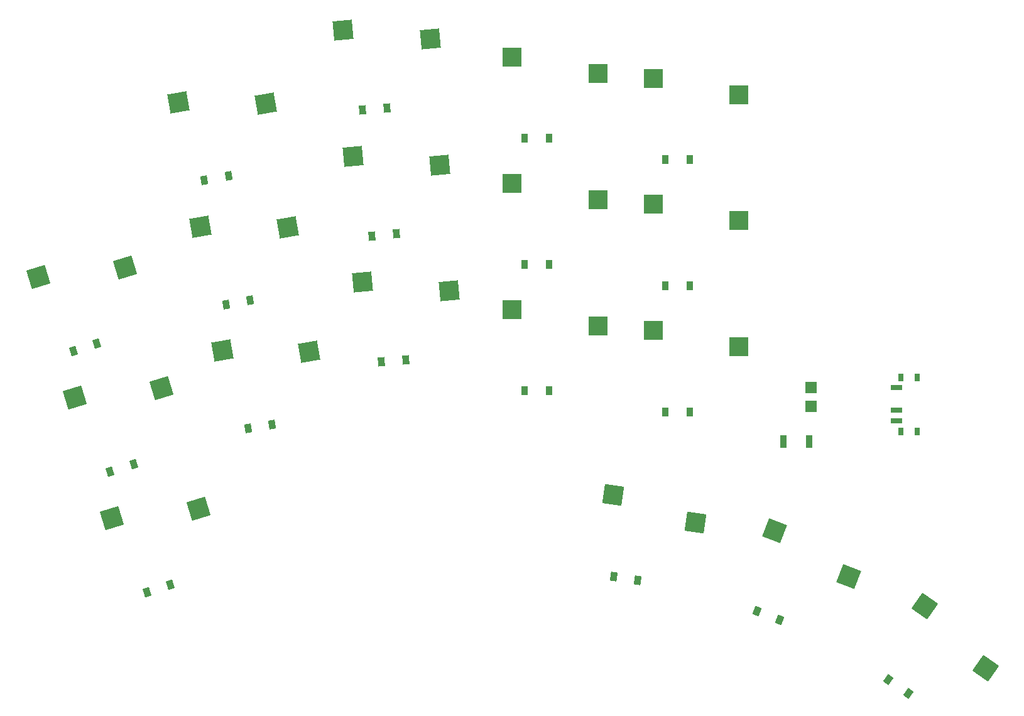
<source format=gbr>
%TF.GenerationSoftware,KiCad,Pcbnew,7.0.5*%
%TF.CreationDate,2024-04-29T22:33:29+02:00*%
%TF.ProjectId,porcupine,706f7263-7570-4696-9e65-2e6b69636164,v0.0.1*%
%TF.SameCoordinates,Original*%
%TF.FileFunction,Paste,Bot*%
%TF.FilePolarity,Positive*%
%FSLAX46Y46*%
G04 Gerber Fmt 4.6, Leading zero omitted, Abs format (unit mm)*
G04 Created by KiCad (PCBNEW 7.0.5) date 2024-04-29 22:33:29*
%MOMM*%
%LPD*%
G01*
G04 APERTURE LIST*
G04 Aperture macros list*
%AMRotRect*
0 Rectangle, with rotation*
0 The origin of the aperture is its center*
0 $1 length*
0 $2 width*
0 $3 Rotation angle, in degrees counterclockwise*
0 Add horizontal line*
21,1,$1,$2,0,0,$3*%
G04 Aperture macros list end*
%ADD10RotRect,2.600000X2.600000X17.000000*%
%ADD11RotRect,2.600000X2.600000X10.000000*%
%ADD12RotRect,2.600000X2.600000X5.000000*%
%ADD13R,2.600000X2.600000*%
%ADD14RotRect,2.600000X2.600000X352.000000*%
%ADD15RotRect,2.600000X2.600000X339.000000*%
%ADD16RotRect,2.600000X2.600000X325.000000*%
%ADD17RotRect,0.900000X1.200000X17.000000*%
%ADD18RotRect,0.900000X1.200000X10.000000*%
%ADD19RotRect,0.900000X1.200000X5.000000*%
%ADD20R,0.900000X1.200000*%
%ADD21RotRect,0.900000X1.200000X352.000000*%
%ADD22RotRect,0.900000X1.200000X339.000000*%
%ADD23RotRect,0.900000X1.200000X325.000000*%
%ADD24R,1.500000X1.500000*%
%ADD25R,1.500000X0.700000*%
%ADD26R,0.800000X1.000000*%
%ADD27R,0.900000X1.700000*%
G04 APERTURE END LIST*
D10*
%TO.C,S1*%
X170158171Y-146010323D03*
X181846709Y-144737300D03*
%TD*%
%TO.C,S2*%
X165187852Y-129753142D03*
X176876390Y-128480119D03*
%TD*%
%TO.C,S3*%
X160217533Y-113495961D03*
X171906071Y-112222938D03*
%TD*%
D11*
%TO.C,S4*%
X185032696Y-123447489D03*
X196789251Y-123608429D03*
%TD*%
%TO.C,S5*%
X182080677Y-106705757D03*
X193837232Y-106866697D03*
%TD*%
%TO.C,S6*%
X179128658Y-89964025D03*
X190885213Y-90124965D03*
%TD*%
D12*
%TO.C,S7*%
X203922177Y-114179220D03*
X215619968Y-115364199D03*
%TD*%
%TO.C,S8*%
X202639769Y-97226479D03*
X214337560Y-98411458D03*
%TD*%
%TO.C,S9*%
X201357360Y-80273738D03*
X213055151Y-81458717D03*
%TD*%
D13*
%TO.C,S10*%
X224136087Y-117900184D03*
X235686087Y-120100184D03*
%TD*%
%TO.C,S11*%
X224136087Y-100900184D03*
X235686087Y-103100184D03*
%TD*%
%TO.C,S12*%
X224136087Y-83900184D03*
X235686087Y-86100184D03*
%TD*%
%TO.C,S13*%
X243136087Y-120733517D03*
X254686087Y-122933517D03*
%TD*%
%TO.C,S14*%
X243136087Y-103733517D03*
X254686087Y-105933517D03*
%TD*%
%TO.C,S15*%
X243136087Y-86733517D03*
X254686087Y-88933517D03*
%TD*%
D14*
%TO.C,S16*%
X237716248Y-142876025D03*
X248847663Y-146662064D03*
%TD*%
D15*
%TO.C,S17*%
X259501796Y-147744275D03*
X269496241Y-153937302D03*
%TD*%
D16*
%TO.C,S18*%
X279755482Y-157857730D03*
X287954820Y-166284672D03*
%TD*%
D17*
%TO.C,D1*%
X178069443Y-155041930D03*
X174913637Y-156006756D03*
%TD*%
%TO.C,D2*%
X173099124Y-138784749D03*
X169943318Y-139749575D03*
%TD*%
%TO.C,D3*%
X168128805Y-122527568D03*
X164972999Y-123492394D03*
%TD*%
D18*
%TO.C,D4*%
X191784321Y-133375916D03*
X188534455Y-133948954D03*
%TD*%
%TO.C,D5*%
X188832302Y-116634185D03*
X185582436Y-117207223D03*
%TD*%
%TO.C,D6*%
X185880283Y-99892453D03*
X182630417Y-100465491D03*
%TD*%
D19*
%TO.C,D7*%
X209782791Y-124658310D03*
X206495349Y-124945924D03*
%TD*%
%TO.C,D8*%
X208500382Y-107705569D03*
X205212940Y-107993183D03*
%TD*%
%TO.C,D9*%
X207217974Y-90752828D03*
X203930532Y-91040442D03*
%TD*%
D20*
%TO.C,D10*%
X229061087Y-128850184D03*
X225761087Y-128850184D03*
%TD*%
%TO.C,D11*%
X229061087Y-111850184D03*
X225761087Y-111850184D03*
%TD*%
%TO.C,D12*%
X229061087Y-94850184D03*
X225761087Y-94850184D03*
%TD*%
%TO.C,D13*%
X248061087Y-131683517D03*
X244761087Y-131683517D03*
%TD*%
%TO.C,D14*%
X248061087Y-114683517D03*
X244761087Y-114683517D03*
%TD*%
%TO.C,D15*%
X248061087Y-97683517D03*
X244761087Y-97683517D03*
%TD*%
D21*
%TO.C,D16*%
X241069373Y-154404889D03*
X237801489Y-153945617D03*
%TD*%
D22*
%TO.C,D17*%
X260175551Y-159731943D03*
X257094735Y-158549329D03*
%TD*%
D23*
%TO.C,D18*%
X277509144Y-169652308D03*
X274805942Y-167759506D03*
%TD*%
D24*
%TO.C,PAD1*%
X264411087Y-128383517D03*
%TD*%
%TO.C,PAD2*%
X264411087Y-130983517D03*
%TD*%
D25*
%TO.C,_3*%
X275881087Y-128433517D03*
X275881087Y-131433517D03*
X275881087Y-132933517D03*
D26*
X278741087Y-127033517D03*
X278741087Y-134333517D03*
X276531087Y-134333517D03*
X276531087Y-127033517D03*
%TD*%
D27*
%TO.C,_4_B*%
X260711087Y-135683517D03*
X264111087Y-135683517D03*
%TD*%
M02*

</source>
